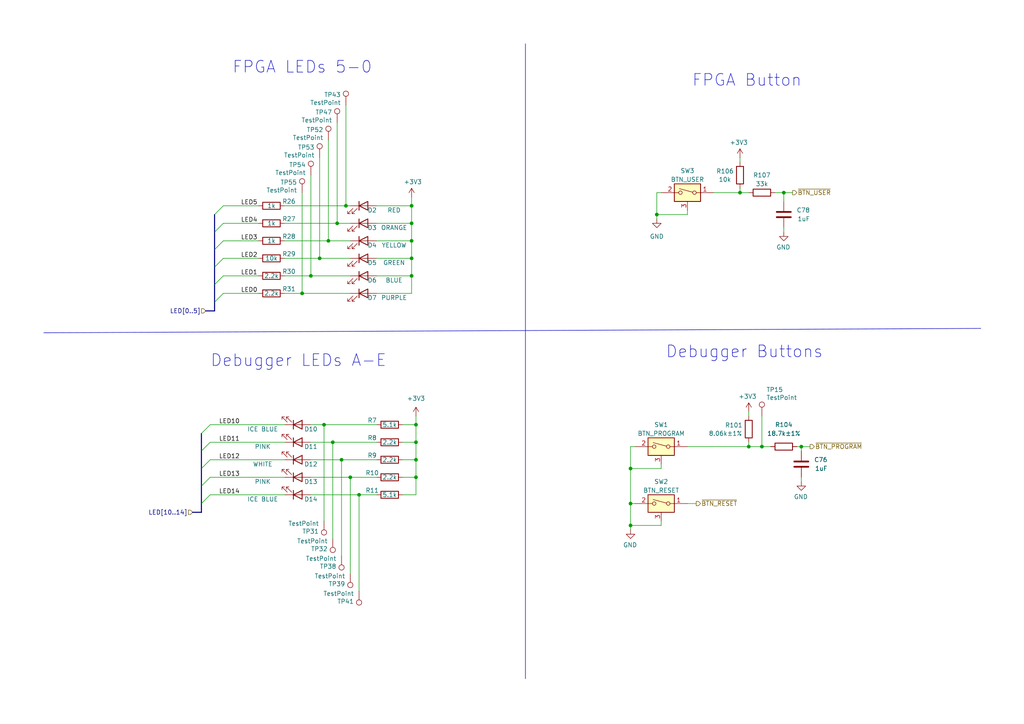
<source format=kicad_sch>
(kicad_sch (version 20231120) (generator "eeschema") (generator_version "8.0")
  (paper "A4")
  (title_block (title "Cynthion") (date "${DATE}") (rev "${VERSION}") (company "Copyright 2019-2023 Great Scott Gadgets") (comment 1 "Licensed under the CERN-OHL-P v2"))
  (lib_symbols
    (symbol "Connector:TestPoint" (pin_numbers hide) (pin_names (offset 0.762) hide)
      (property "Reference" "TP" (at 0 6.858 0))
      (property "Value" "TestPoint" (at 0 5.08 0))
      (symbol "TestPoint_0_1"
        (circle (center 0 3.302) (radius 0.762))
      )
      (symbol "TestPoint_1_1"
        (pin passive line (at 0 0 90) (length 2.54) (name "1") (number "1"))
      )
    )
    (symbol "Device:C" (pin_numbers hide) (pin_names (offset 0.254))
      (property "Reference" "C" (at 0.635 2.54 0))
      (property "Value" "C" (at 0.635 -2.54 0))
      (symbol "C_0_1"
        (polyline (pts (xy -2.032 -0.762) (xy 2.032 -0.762)) (stroke (width 0.508)))
        (polyline (pts (xy -2.032 0.762) (xy 2.032 0.762)) (stroke (width 0.508)))
      )
      (symbol "C_1_1"
        (pin passive line (at 0 3.81 270) (length 2.794) (name "~") (number "1"))
        (pin passive line (at 0 -3.81 90) (length 2.794) (name "~") (number "2"))
      )
    )
    (symbol "Device:LED" (pin_numbers hide) (pin_names (offset 1.016) hide)
      (property "Reference" "D" (at 0 2.54 0))
      (property "Value" "LED" (at 0 -2.54 0))
      (symbol "LED_0_1"
        (polyline (pts (xy -1.27 -1.27) (xy -1.27 1.27)) (stroke (width 0.254)))
        (polyline (pts (xy -1.27 0) (xy 1.27 0)))
        (polyline (pts (xy 1.27 -1.27) (xy 1.27 1.27) (xy -1.27 0) (xy 1.27 -1.27)) (stroke (width 0.254)))
        (polyline (pts (xy -3.048 -0.762) (xy -4.572 -2.286) (xy -3.81 -2.286) (xy -4.572 -2.286) (xy -4.572 -1.524)))
        (polyline (pts (xy -1.778 -0.762) (xy -3.302 -2.286) (xy -2.54 -2.286) (xy -3.302 -2.286) (xy -3.302 -1.524)))
      )
      (symbol "LED_1_1"
        (pin passive line (at -3.81 0 0) (length 2.54) (name "K") (number "1"))
        (pin passive line (at 3.81 0 180) (length 2.54) (name "A") (number "2"))
      )
    )
    (symbol "Device:R" (pin_numbers hide) (pin_names (offset 0))
      (property "Reference" "R" (at 2.032 0 90))
      (property "Value" "R" (at 0 0 90))
      (symbol "R_0_1"
        (rectangle (start -1.016 -2.54) (end 1.016 2.54) (stroke (width 0.254)))
      )
      (symbol "R_1_1"
        (pin passive line (at 0 3.81 270) (length 1.27) (name "~") (number "1"))
        (pin passive line (at 0 -3.81 90) (length 1.27) (name "~") (number "2"))
      )
    )
    (symbol "power:+3V3" (power) (pin_names (offset 0))
      (property "Value" "+3V3" (at 0 3.556 0))
      (symbol "+3V3_0_1"
        (polyline (pts (xy -0.762 1.27) (xy 0 2.54)))
        (polyline (pts (xy 0 0) (xy 0 2.54)))
        (polyline (pts (xy 0 2.54) (xy 0.762 1.27)))
      )
      (symbol "+3V3_1_1"
        (pin power_in line (at 0 0 90) (length 0) hide (name "+3V3") (number "1"))
      )
    )
    (symbol "power:GND" (power) (pin_names (offset 0))
      (property "Value" "GND" (at 0 -3.81 0))
      (symbol "GND_0_1"
        (polyline (pts (xy 0 0) (xy 0 -1.27) (xy 1.27 -1.27) (xy 0 -2.54) (xy -1.27 -1.27) (xy 0 -1.27)))
      )
      (symbol "GND_1_1"
        (pin power_in line (at 0 0 270) (length 0) hide (name "GND") (number "1"))
      )
    )
    (symbol "support_hardware:SW_SPST_shielded" (pin_names (offset 0) hide)
      (property "Reference" "SW" (at 0 6.35 0))
      (property "Value" "SW_SPST_shielded" (at 0 3.81 0))
      (symbol "SW_SPST_shielded_0_0"
        (circle (center -2.032 0) (radius 0.508))
        (polyline (pts (xy -1.524 0.127) (xy 2.3622 1.1684)))
        (circle (center 2.032 0) (radius 0.508))
      )
      (symbol "SW_SPST_shielded_0_1"
        (rectangle (start -3.81 2.54) (end 3.81 -2.54) (stroke (width 0.254)) (fill (type background)))
      )
      (symbol "SW_SPST_shielded_1_1"
        (pin passive line (at -7.62 0 0) (length 5.08) (name "~") (number "1"))
        (pin passive line (at 7.62 0 180) (length 5.08) (name "~") (number "2"))
        (pin passive line (at 0 -5.08 90) (length 2.54) (name "SHIELD") (number "3"))
      )
    )
  )
  (junction (at 220.98 129.54))
  (junction (at 119.38 64.77))
  (junction (at 96.52 128.27))
  (junction (at 92.71 74.93))
  (junction (at 119.38 80.01))
  (junction (at 182.88 135.89))
  (junction (at 95.25 69.85))
  (junction (at 120.65 138.43))
  (junction (at 120.65 123.19))
  (junction (at 232.41 129.54))
  (junction (at 120.65 133.35))
  (junction (at 227.33 55.88))
  (junction (at 97.79 64.77))
  (junction (at 182.88 152.4))
  (junction (at 190.5 62.23))
  (junction (at 182.88 146.05))
  (junction (at 120.65 128.27))
  (junction (at 217.17 129.54))
  (junction (at 93.98 123.19))
  (junction (at 119.38 74.93))
  (junction (at 119.38 69.85))
  (junction (at 87.63 85.09))
  (junction (at 101.6 138.43))
  (junction (at 104.14 143.51))
  (junction (at 214.63 55.88))
  (junction (at 90.17 80.01))
  (junction (at 100.33 59.69))
  (junction (at 119.38 59.69))
  (junction (at 99.06 133.35))
  (bus_entry (at 60.96 133.35) (size -2.54 2.54))
  (bus_entry (at 60.96 123.19) (size -2.54 2.54))
  (bus_entry (at 60.96 128.27) (size -2.54 2.54))
  (bus_entry (at 64.77 74.93) (size -2.54 2.54))
  (bus_entry (at 64.77 69.85) (size -2.54 2.54))
  (bus_entry (at 60.96 143.51) (size -2.54 2.54))
  (bus_entry (at 64.77 80.01) (size -2.54 2.54))
  (bus_entry (at 60.96 138.43) (size -2.54 2.54))
  (bus_entry (at 64.77 85.09) (size -2.54 2.54))
  (bus_entry (at 64.77 64.77) (size -2.54 2.54))
  (bus_entry (at 64.77 59.69) (size -2.54 2.54))
  (wire (pts (xy 191.77 135.89) (xy 191.77 134.62)))
  (wire (pts (xy 95.25 69.85) (xy 101.6 69.85)))
  (wire (pts (xy 214.63 55.88) (xy 207.01 55.88)))
  (wire (pts (xy 119.38 59.69) (xy 119.38 64.77)))
  (wire (pts (xy 92.71 74.93) (xy 101.6 74.93)))
  (bus (pts (xy 58.42 130.81) (xy 58.42 135.89)))
  (wire (pts (xy 120.65 143.51) (xy 120.65 138.43)))
  (bus (pts (xy 62.23 77.47) (xy 62.23 82.55)))
  (wire (pts (xy 190.5 62.23) (xy 190.5 55.88)))
  (wire (pts (xy 97.79 64.77) (xy 101.6 64.77)))
  (wire (pts (xy 182.88 135.89) (xy 182.88 146.05)))
  (wire (pts (xy 104.14 171.45) (xy 104.14 143.51)))
  (wire (pts (xy 182.88 153.67) (xy 182.88 152.4)))
  (wire (pts (xy 182.88 129.54) (xy 182.88 135.89)))
  (wire (pts (xy 90.17 80.01) (xy 101.6 80.01)))
  (wire (pts (xy 232.41 139.7) (xy 232.41 138.43)))
  (wire (pts (xy 223.52 129.54) (xy 220.98 129.54)))
  (wire (pts (xy 64.77 69.85) (xy 74.93 69.85)))
  (wire (pts (xy 109.22 64.77) (xy 119.38 64.77)))
  (wire (pts (xy 182.88 146.05) (xy 182.88 152.4)))
  (wire (pts (xy 96.52 156.21) (xy 96.52 128.27)))
  (wire (pts (xy 120.65 128.27) (xy 120.65 123.19)))
  (wire (pts (xy 224.79 55.88) (xy 227.33 55.88)))
  (wire (pts (xy 217.17 55.88) (xy 214.63 55.88)))
  (bus (pts (xy 58.42 148.59) (xy 55.88 148.59)))
  (wire (pts (xy 90.17 138.43) (xy 101.6 138.43)))
  (wire (pts (xy 60.96 133.35) (xy 82.55 133.35)))
  (wire (pts (xy 87.63 55.88) (xy 87.63 85.09)))
  (wire (pts (xy 64.77 59.69) (xy 74.93 59.69)))
  (wire (pts (xy 92.71 45.72) (xy 92.71 74.93)))
  (wire (pts (xy 101.6 138.43) (xy 109.22 138.43)))
  (wire (pts (xy 199.39 62.23) (xy 190.5 62.23)))
  (wire (pts (xy 182.88 129.54) (xy 184.15 129.54)))
  (wire (pts (xy 60.96 128.27) (xy 82.55 128.27)))
  (wire (pts (xy 109.22 143.51) (xy 104.14 143.51)))
  (wire (pts (xy 220.98 120.65) (xy 220.98 129.54)))
  (polyline (pts (xy 12.7 96.52) (xy 284.48 95.25)))
  (wire (pts (xy 232.41 129.54) (xy 234.95 129.54)))
  (wire (pts (xy 191.77 152.4) (xy 182.88 152.4)))
  (wire (pts (xy 100.33 59.69) (xy 101.6 59.69)))
  (bus (pts (xy 62.23 67.31) (xy 62.23 72.39)))
  (wire (pts (xy 229.87 55.88) (xy 227.33 55.88)))
  (wire (pts (xy 119.38 64.77) (xy 119.38 69.85)))
  (wire (pts (xy 82.55 85.09) (xy 87.63 85.09)))
  (wire (pts (xy 201.93 146.05) (xy 199.39 146.05)))
  (bus (pts (xy 58.42 135.89) (xy 58.42 140.97)))
  (wire (pts (xy 120.65 123.19) (xy 120.65 120.65)))
  (wire (pts (xy 60.96 123.19) (xy 82.55 123.19)))
  (bus (pts (xy 62.23 90.17) (xy 59.69 90.17)))
  (wire (pts (xy 74.93 64.77) (xy 64.77 64.77)))
  (wire (pts (xy 119.38 69.85) (xy 119.38 74.93)))
  (wire (pts (xy 190.5 62.23) (xy 190.5 63.5)))
  (wire (pts (xy 109.22 69.85) (xy 119.38 69.85)))
  (bus (pts (xy 62.23 87.63) (xy 62.23 90.17)))
  (wire (pts (xy 95.25 40.64) (xy 95.25 69.85)))
  (wire (pts (xy 120.65 123.19) (xy 116.84 123.19)))
  (wire (pts (xy 109.22 128.27) (xy 96.52 128.27)))
  (wire (pts (xy 109.22 133.35) (xy 99.06 133.35)))
  (wire (pts (xy 116.84 138.43) (xy 120.65 138.43)))
  (wire (pts (xy 227.33 67.31) (xy 227.33 66.04)))
  (wire (pts (xy 93.98 123.19) (xy 109.22 123.19)))
  (wire (pts (xy 64.77 80.01) (xy 74.93 80.01)))
  (wire (pts (xy 109.22 59.69) (xy 119.38 59.69)))
  (wire (pts (xy 90.17 133.35) (xy 99.06 133.35)))
  (wire (pts (xy 109.22 74.93) (xy 119.38 74.93)))
  (wire (pts (xy 60.96 138.43) (xy 82.55 138.43)))
  (wire (pts (xy 214.63 45.72) (xy 214.63 46.99)))
  (wire (pts (xy 90.17 143.51) (xy 104.14 143.51)))
  (wire (pts (xy 182.88 146.05) (xy 184.15 146.05)))
  (wire (pts (xy 116.84 143.51) (xy 120.65 143.51)))
  (wire (pts (xy 82.55 74.93) (xy 92.71 74.93)))
  (wire (pts (xy 227.33 58.42) (xy 227.33 55.88)))
  (bus (pts (xy 58.42 140.97) (xy 58.42 146.05)))
  (wire (pts (xy 82.55 69.85) (xy 95.25 69.85)))
  (wire (pts (xy 217.17 119.38) (xy 217.17 120.65)))
  (wire (pts (xy 82.55 80.01) (xy 90.17 80.01)))
  (wire (pts (xy 116.84 128.27) (xy 120.65 128.27)))
  (bus (pts (xy 62.23 62.23) (xy 62.23 67.31)))
  (wire (pts (xy 60.96 143.51) (xy 82.55 143.51)))
  (bus (pts (xy 58.42 146.05) (xy 58.42 148.59)))
  (wire (pts (xy 90.17 50.8) (xy 90.17 80.01)))
  (wire (pts (xy 120.65 133.35) (xy 116.84 133.35)))
  (wire (pts (xy 93.98 151.13) (xy 93.98 123.19)))
  (wire (pts (xy 100.33 59.69) (xy 100.33 30.48)))
  (wire (pts (xy 232.41 130.81) (xy 232.41 129.54)))
  (wire (pts (xy 101.6 166.37) (xy 101.6 138.43)))
  (wire (pts (xy 74.93 74.93) (xy 64.77 74.93)))
  (wire (pts (xy 90.17 123.19) (xy 93.98 123.19)))
  (wire (pts (xy 96.52 128.27) (xy 90.17 128.27)))
  (wire (pts (xy 119.38 74.93) (xy 119.38 80.01)))
  (bus (pts (xy 62.23 72.39) (xy 62.23 77.47)))
  (bus (pts (xy 58.42 125.73) (xy 58.42 130.81)))
  (wire (pts (xy 82.55 59.69) (xy 100.33 59.69)))
  (wire (pts (xy 74.93 85.09) (xy 64.77 85.09)))
  (wire (pts (xy 119.38 59.69) (xy 119.38 57.15)))
  (wire (pts (xy 217.17 129.54) (xy 199.39 129.54)))
  (wire (pts (xy 217.17 129.54) (xy 217.17 128.27)))
  (wire (pts (xy 82.55 64.77) (xy 97.79 64.77)))
  (wire (pts (xy 109.22 80.01) (xy 119.38 80.01)))
  (polyline (pts (xy 152.4 12.7) (xy 152.4 196.85)))
  (wire (pts (xy 231.14 129.54) (xy 232.41 129.54)))
  (wire (pts (xy 199.39 62.23) (xy 199.39 60.96)))
  (bus (pts (xy 62.23 82.55) (xy 62.23 87.63)))
  (wire (pts (xy 120.65 138.43) (xy 120.65 133.35)))
  (wire (pts (xy 191.77 135.89) (xy 182.88 135.89)))
  (wire (pts (xy 87.63 85.09) (xy 101.6 85.09)))
  (wire (pts (xy 99.06 161.29) (xy 99.06 133.35)))
  (wire (pts (xy 120.65 133.35) (xy 120.65 128.27)))
  (wire (pts (xy 220.98 129.54) (xy 217.17 129.54)))
  (wire (pts (xy 191.77 152.4) (xy 191.77 151.13)))
  (wire (pts (xy 119.38 80.01) (xy 119.38 85.09)))
  (wire (pts (xy 214.63 55.88) (xy 214.63 54.61)))
  (wire (pts (xy 97.79 35.56) (xy 97.79 64.77)))
  (wire (pts (xy 119.38 85.09) (xy 109.22 85.09)))
  (wire (pts (xy 190.5 55.88) (xy 191.77 55.88)))
  (text "FPGA Button" (at 200.66 25.4 0) (effects (font (size 3.4036 3.4036)) (justify left bottom)))
  (text "Debugger Buttons" (at 193.04 104.14 0) (effects (font (size 3.4036 3.4036)) (justify left bottom)))
  (text "FPGA LEDs 5-0" (at 67.31 21.59 0) (effects (font (size 3.4036 3.4036)) (justify left bottom)))
  (text "Debugger LEDs A-E" (at 60.96 106.68 0) (effects (font (size 3.4036 3.4036)) (justify left bottom)))
  (label "LED14" (at 63.5 143.51 0))
  (label "LED10" (at 63.5 123.19 0))
  (label "LED2" (at 69.85 74.93 0))
  (label "LED12" (at 63.5 133.35 0))
  (label "LED13" (at 63.5 138.43 0))
  (label "LED0" (at 69.85 85.09 0))
  (label "LED11" (at 63.5 128.27 0))
  (label "LED4" (at 69.85 64.77 0))
  (label "LED5" (at 69.85 59.69 0))
  (label "LED1" (at 69.85 80.01 0))
  (label "LED3" (at 69.85 69.85 0))
  (hierarchical_label "~{BTN_PROGRAM}" (shape output) (at 234.95 129.54 0))
  (hierarchical_label "LED[10..14]" (shape input) (at 55.88 148.59 180))
  (hierarchical_label "~{BTN_USER}" (shape output) (at 229.87 55.88 0))
  (hierarchical_label "LED[0..5]" (shape input) (at 59.69 90.17 180))
  (hierarchical_label "~{BTN_RESET}" (shape output) (at 201.93 146.05 0))
  (symbol (lib_id "Device:R") (at 78.74 74.93 270) (mirror x) (unit 1)
    (property "Reference" "R29" (at 83.82 73.66 90))
    (property "Value" "10k" (at 78.74 74.93 90))
    (property "Footprint" "Resistor_SMD:R_0402_1005Metric" (effects (hide yes)))
    (property "Description" "RES 10K OHM 5% 1/16W 0402" (effects (hide yes)))
    (property "Part Number" "RC0402JR-0710KL" (effects (hide yes)))
    (property "Substitution" "any equivalent" (effects (hide yes)))
    (property "Manufacturer" "Yageo" (effects (hide yes)))
    (property "LCSC#" "C60489" (effects (hide yes)))
  )
  (symbol (lib_id "Device:R") (at 78.74 80.01 270) (unit 1)
    (property "Reference" "R30" (at 83.82 78.74 90))
    (property "Value" "2.2k" (at 78.74 80.01 90))
    (property "Footprint" "Resistor_SMD:R_0402_1005Metric" (effects (hide yes)))
    (property "Description" "RES 2.2K OHM 5% 1/16W 0402" (effects (hide yes)))
    (property "Part Number" "RC0402JR-072K2L" (effects (hide yes)))
    (property "Substitution" "any equivalent" (effects (hide yes)))
    (property "Manufacturer" "Yageo" (effects (hide yes)))
    (property "LCSC#" "C163447" (effects (hide yes)))
  )
  (symbol (lib_id "Device:R") (at 78.74 85.09 270) (unit 1)
    (property "Reference" "R31" (at 83.82 83.82 90))
    (property "Value" "2.2k" (at 78.74 85.09 90))
    (property "Footprint" "Resistor_SMD:R_0402_1005Metric" (effects (hide yes)))
    (property "Description" "RES 2.2K OHM 5% 1/16W 0402" (effects (hide yes)))
    (property "Part Number" "RC0402JR-072K2L" (effects (hide yes)))
    (property "Substitution" "any equivalent" (effects (hide yes)))
    (property "Manufacturer" "Yageo" (effects (hide yes)))
    (property "LCSC#" "C163447" (effects (hide yes)))
  )
  (symbol (lib_id "Device:R") (at 78.74 59.69 270) (unit 1)
    (property "Reference" "R26" (at 83.82 58.42 90))
    (property "Value" "1k" (at 78.74 59.69 90))
    (property "Footprint" "Resistor_SMD:R_0402_1005Metric" (effects (hide yes)))
    (property "Description" "RES 1K OHM 5% 1/16W 0402" (effects (hide yes)))
    (property "Part Number" "RC0402JR-071KL" (effects (hide yes)))
    (property "Substitution" "any equivalent" (effects (hide yes)))
    (property "Manufacturer" "Yageo" (effects (hide yes)))
    (property "LCSC#" "C105637" (effects (hide yes)))
  )
  (symbol (lib_id "Device:R") (at 78.74 64.77 270) (unit 1)
    (property "Reference" "R27" (at 83.82 63.5 90))
    (property "Value" "1k" (at 78.74 64.77 90))
    (property "Footprint" "Resistor_SMD:R_0402_1005Metric" (effects (hide yes)))
    (property "Description" "RES 1K OHM 5% 1/16W 0402" (effects (hide yes)))
    (property "Part Number" "RC0402JR-071KL" (effects (hide yes)))
    (property "Substitution" "any equivalent" (effects (hide yes)))
    (property "Manufacturer" "Yageo" (effects (hide yes)))
    (property "LCSC#" "C105637" (effects (hide yes)))
  )
  (symbol (lib_id "Device:R") (at 78.74 69.85 270) (unit 1)
    (property "Reference" "R28" (at 83.82 68.58 90))
    (property "Value" "1k" (at 78.74 69.85 90))
    (property "Footprint" "Resistor_SMD:R_0402_1005Metric" (effects (hide yes)))
    (property "Description" "RES 1K OHM 5% 1/16W 0402" (effects (hide yes)))
    (property "Part Number" "RC0402JR-071KL" (effects (hide yes)))
    (property "Substitution" "any equivalent" (effects (hide yes)))
    (property "Manufacturer" "Yageo" (effects (hide yes)))
    (property "LCSC#" "C105637" (effects (hide yes)))
  )
  (symbol (lib_id "Device:LED") (at 105.41 59.69 0) (unit 1)
    (property "Reference" "D2" (at 107.95 60.96 0))
    (property "Value" "RED" (at 114.3 60.96 0))
    (property "Footprint" "LED_SMD:LED_0603_1608Metric" (effects (hide yes)))
    (property "Description" "LED SMD 0603 RED" (effects (hide yes)))
    (property "Part Number" "OSR50603C1E" (effects (hide yes)))
    (property "Manufacturer" "OptoSupply" (effects (hide yes)))
  )
  (symbol (lib_id "Device:LED") (at 105.41 69.85 0) (unit 1)
    (property "Reference" "D4" (at 107.95 71.12 0))
    (property "Value" "YELLOW" (at 114.3 71.12 0))
    (property "Footprint" "LED_SMD:LED_0603_1608Metric" (effects (hide yes)))
    (property "Description" "LED SMD 0603 YELLOW" (effects (hide yes)))
    (property "Part Number" "E6C0603UYAC1UDA" (effects (hide yes)))
    (property "Manufacturer" "EKINGLUX" (effects (hide yes)))
    (property "LCSC#" "C375445" (effects (hide yes)))
  )
  (symbol (lib_id "Device:LED") (at 105.41 74.93 0) (unit 1)
    (property "Reference" "D5" (at 107.95 76.2 0))
    (property "Value" "GREEN" (at 114.3 76.2 0))
    (property "Footprint" "LED_SMD:LED_0603_1608Metric" (effects (hide yes)))
    (property "Description" "LED SMD 0603 GREEN" (effects (hide yes)))
    (property "Part Number" "ORH-G36G" (effects (hide yes)))
    (property "Manufacturer" "Orient" (effects (hide yes)))
    (property "LCSC#" "C205443" (effects (hide yes)))
  )
  (symbol (lib_id "Device:LED") (at 105.41 80.01 0) (unit 1)
    (property "Reference" "D6" (at 107.95 81.28 0))
    (property "Value" "BLUE" (at 114.3 81.28 0))
    (property "Footprint" "LED_SMD:LED_0603_1608Metric" (effects (hide yes)))
    (property "Description" "LED SMD 0603 BLUE" (effects (hide yes)))
    (property "Part Number" "ORH-B36G" (effects (hide yes)))
    (property "Manufacturer" "Orient" (effects (hide yes)))
    (property "LCSC#" "C193191" (effects (hide yes)))
  )
  (symbol (lib_id "Device:LED") (at 105.41 85.09 0) (unit 1)
    (property "Reference" "D7" (at 107.95 86.36 0))
    (property "Value" "PURPLE" (at 114.3 86.36 0))
    (property "Footprint" "LED_SMD:LED_0603_1608Metric" (effects (hide yes)))
    (property "Description" "LED SMD 0603 VIOLET" (effects (hide yes)))
    (property "Part Number" "OSVX0603C1E" (effects (hide yes)))
    (property "Manufacturer" "OptoSupply" (effects (hide yes)))
  )
  (symbol (lib_id "power:+3V3") (at 119.38 57.15 0) (unit 1)
    (property "Reference" "#PWR0129" (effects (hide yes)))
    (property "Value" "+3V3" (at 119.7356 52.7558 0))
  )
  (symbol (lib_id "Device:LED") (at 105.41 64.77 0) (unit 1)
    (property "Reference" "D3" (at 107.95 66.04 0))
    (property "Value" "ORANGE" (at 114.3 66.04 0))
    (property "Footprint" "LED_SMD:LED_0603_1608Metric" (effects (hide yes)))
    (property "Description" "LED SMD 0603 ORANGE" (effects (hide yes)))
    (property "Part Number" "E6C0603SEAC1UDA" (effects (hide yes)))
    (property "Manufacturer" "EKINGLUX" (effects (hide yes)))
    (property "LCSC#" "C375450" (effects (hide yes)))
  )
  (symbol (lib_id "support_hardware:SW_SPST_shielded") (at 191.77 146.05 0) (mirror y) (unit 1)
    (property "Reference" "SW2" (at 191.77 139.7 0))
    (property "Value" "BTN_RESET" (at 191.77 142.24 0))
    (property "Footprint" "cynthion:SW_Tactile_SPST_Angled_TC-1109DE-B-F" (effects (hide yes)))
    (property "Description" "SWITCH TACTILE SPST-NO 0.05A 12V" (effects (hide yes)))
    (property "Manufacturer" "XKB" (effects (hide yes)))
    (property "Part Number" "TC-1109DE-B-F" (effects (hide yes)))
    (property "Substitution" "DEALON TC-1150DL-6.0H-160" (effects (hide yes)))
    (property "LCSC#" "C692468" (effects (hide yes)))
  )
  (symbol (lib_id "Connector:TestPoint") (at 87.63 55.88 0) (mirror y) (unit 1) (in_bom no)
    (property "Reference" "TP55" (at 86.1568 52.8828 0) (effects (justify left)))
    (property "Value" "TestPoint" (at 86.1568 55.1688 0) (effects (justify left)))
    (property "Footprint" "TestPoint:TestPoint_Pad_D1.0mm" (effects (hide yes)))
  )
  (symbol (lib_id "Device:LED") (at 86.36 128.27 0) (mirror x) (unit 1)
    (property "Reference" "D11" (at 90.17 129.54 0))
    (property "Value" "PINK" (at 76.2 129.54 0))
    (property "Footprint" "LED_SMD:LED_0603_1608Metric" (effects (hide yes)))
    (property "Description" "LED SMD 0603 PINK" (effects (hide yes)))
    (property "Part Number" "OSK40603C1E" (effects (hide yes)))
    (property "Manufacturer" "OptoSupply" (effects (hide yes)))
  )
  (symbol (lib_id "Device:LED") (at 86.36 143.51 0) (mirror x) (unit 1)
    (property "Reference" "D14" (at 90.17 144.78 0))
    (property "Value" "ICE BLUE" (at 76.2 144.78 0))
    (property "Footprint" "LED_SMD:LED_0603_1608Metric" (effects (hide yes)))
    (property "Description" "LED SMD 0603 ICE BLUE" (effects (hide yes)))
    (property "Part Number" "MHT192WDT-ICE" (effects (hide yes)))
    (property "Manufacturer" "MEIHUA" (effects (hide yes)))
    (property "LCSC#" "C389522" (effects (hide yes)))
  )
  (symbol (lib_id "Device:LED") (at 86.36 123.19 0) (mirror x) (unit 1)
    (property "Reference" "D10" (at 90.17 124.46 0))
    (property "Value" "ICE BLUE" (at 76.2 124.46 0))
    (property "Footprint" "LED_SMD:LED_0603_1608Metric" (effects (hide yes)))
    (property "Description" "LED SMD 0603 ICE BLUE" (effects (hide yes)))
    (property "Part Number" "MHT192WDT-ICE" (effects (hide yes)))
    (property "Manufacturer" "MEIHUA" (effects (hide yes)))
    (property "LCSC#" "C389522" (effects (hide yes)))
  )
  (symbol (lib_id "Connector:TestPoint") (at 95.25 40.64 0) (mirror y) (unit 1) (in_bom no)
    (property "Reference" "TP52" (at 93.7768 37.6428 0) (effects (justify left)))
    (property "Value" "TestPoint" (at 93.7768 39.9288 0) (effects (justify left)))
    (property "Footprint" "TestPoint:TestPoint_Pad_D1.0mm" (effects (hide yes)))
  )
  (symbol (lib_id "Connector:TestPoint") (at 90.17 50.8 0) (mirror y) (unit 1) (in_bom no)
    (property "Reference" "TP54" (at 88.6968 47.8028 0) (effects (justify left)))
    (property "Value" "TestPoint" (at 88.6968 50.0888 0) (effects (justify left)))
    (property "Footprint" "TestPoint:TestPoint_Pad_D1.0mm" (effects (hide yes)))
  )
  (symbol (lib_id "Device:LED") (at 86.36 138.43 0) (mirror x) (unit 1)
    (property "Reference" "D13" (at 90.17 139.7 0))
    (property "Value" "PINK" (at 76.2 139.7 0))
    (property "Footprint" "LED_SMD:LED_0603_1608Metric" (effects (hide yes)))
    (property "Description" "LED SMD 0603 PINK" (effects (hide yes)))
    (property "Part Number" "OSK40603C1E" (effects (hide yes)))
    (property "Manufacturer" "OptoSupply" (effects (hide yes)))
  )
  (symbol (lib_id "Device:R") (at 214.63 50.8 0) (mirror y) (unit 1)
    (property "Reference" "R106" (at 212.852 49.657 0) (effects (justify left)))
    (property "Value" "10k" (at 212.09 52.07 0) (effects (justify left)))
    (property "Footprint" "Resistor_SMD:R_0402_1005Metric" (effects (hide yes)))
    (property "Description" "RES 10K OHM 5% 1/16W 0402" (effects (hide yes)))
    (property "Part Number" "RC0402JR-0710KL" (effects (hide yes)))
    (property "Substitution" "any equivalent" (effects (hide yes)))
    (property "Manufacturer" "Yageo" (effects (hide yes)))
    (property "LCSC#" "C60489" (effects (hide yes)))
  )
  (symbol (lib_id "Connector:TestPoint") (at 101.6 166.37 180) (unit 1) (in_bom no)
    (property "Reference" "TP39" (at 100.1268 169.3672 0) (effects (justify left)))
    (property "Value" "TestPoint" (at 100.1268 167.0812 0) (effects (justify left)))
    (property "Footprint" "TestPoint:TestPoint_Pad_D1.0mm" (effects (hide yes)))
  )
  (symbol (lib_id "Device:R") (at 113.03 138.43 270) (unit 1)
    (property "Reference" "R10" (at 107.95 137.16 90))
    (property "Value" "2.2k" (at 113.03 138.43 90))
    (property "Footprint" "Resistor_SMD:R_0402_1005Metric" (effects (hide yes)))
    (property "Description" "RES 2.2K OHM 5% 1/16W 0402" (effects (hide yes)))
    (property "Part Number" "RC0402JR-072K2L" (effects (hide yes)))
    (property "Substitution" "any equivalent" (effects (hide yes)))
    (property "Manufacturer" "Yageo" (effects (hide yes)))
    (property "LCSC#" "C163447" (effects (hide yes)))
  )
  (symbol (lib_id "Device:R") (at 217.17 124.46 0) (mirror y) (unit 1)
    (property "Reference" "R101" (at 215.392 123.317 0) (effects (justify left)))
    (property "Value" "8.06k±1%" (at 215.265 125.73 0) (effects (justify left)))
    (property "Footprint" "Resistor_SMD:R_0402_1005Metric" (effects (hide yes)))
    (property "Description" "RES SMD 8.06K OHM 1% 1/10W 0402" (effects (hide yes)))
    (property "Part Number" "ERJ-2RKF8061X" (effects (hide yes)))
    (property "Substitution" "any equivalent" (effects (hide yes)))
    (property "Manufacturer" "Panasonic" (effects (hide yes)))
    (property "LCSC#" "C2076955" (effects (hide yes)))
  )
  (symbol (lib_id "Device:C") (at 232.41 134.62 0) (mirror y) (unit 1)
    (property "Reference" "C76" (at 240.03 133.35 0) (effects (justify left)))
    (property "Value" "1uF" (at 240.03 135.89 0) (effects (justify left)))
    (property "Footprint" "Capacitor_SMD:C_0402_1005Metric" (effects (hide yes)))
    (property "Description" "CAP CER 1UF 6.3V X5R 0402 20%" (effects (hide yes)))
    (property "Part Number" "CL05A105MQ5NNNC" (effects (hide yes)))
    (property "Substitution" "CL05A105KQ5NNNC, CL05A105KP5NNNC, CL05A105KO5NNNC" (effects (hide yes)))
    (property "Manufacturer" "Samsung" (effects (hide yes)))
    (property "LCSC#" "C318573" (effects (hide yes)))
  )
  (symbol (lib_id "Device:C") (at 227.33 62.23 0) (mirror y) (unit 1)
    (property "Reference" "C78" (at 234.95 60.96 0) (effects (justify left)))
    (property "Value" "1uF" (at 234.95 63.5 0) (effects (justify left)))
    (property "Footprint" "Capacitor_SMD:C_0402_1005Metric" (effects (hide yes)))
    (property "Description" "CAP CER 1UF 6.3V X5R 0402 20%" (effects (hide yes)))
    (property "Part Number" "CL05A105MQ5NNNC" (effects (hide yes)))
    (property "Substitution" "CL05A105KQ5NNNC, CL05A105KP5NNNC, CL05A105KO5NNNC" (effects (hide yes)))
    (property "Manufacturer" "Samsung" (effects (hide yes)))
    (property "LCSC#" "C318573" (effects (hide yes)))
  )
  (symbol (lib_id "Device:R") (at 227.33 129.54 270) (mirror x) (unit 1)
    (property "Reference" "R104" (at 227.33 123.19 90))
    (property "Value" "18.7k±1%" (at 227.33 125.7331 90))
    (property "Footprint" "Resistor_SMD:R_0402_1005Metric" (effects (hide yes)))
    (property "Description" "RES SMD 18.7K OHM 1% 1/10W 0402" (effects (hide yes)))
    (property "Manufacturer" "Panasonic" (effects (hide yes)))
    (property "Part Number" "ERJ-2RKF1872X" (effects (hide yes)))
    (property "Substitution" "any equivalent" (effects (hide yes)))
  )
  (symbol (lib_id "Device:R") (at 113.03 133.35 270) (unit 1)
    (property "Reference" "R9" (at 107.95 132.08 90))
    (property "Value" "2.2k" (at 113.03 133.35 90))
    (property "Footprint" "Resistor_SMD:R_0402_1005Metric" (effects (hide yes)))
    (property "Description" "RES 2.2K OHM 5% 1/16W 0402" (effects (hide yes)))
    (property "Part Number" "RC0402JR-072K2L" (effects (hide yes)))
    (property "Substitution" "any equivalent" (effects (hide yes)))
    (property "Manufacturer" "Yageo" (effects (hide yes)))
    (property "LCSC#" "C163447" (effects (hide yes)))
  )
  (symbol (lib_id "Connector:TestPoint") (at 220.98 120.65 0) (unit 1) (in_bom no)
    (property "Reference" "TP15" (at 222.25 113.03 0) (effects (justify left)))
    (property "Value" "TestPoint" (at 222.25 115.316 0) (effects (justify left)))
    (property "Footprint" "TestPoint:TestPoint_Pad_D1.0mm" (effects (hide yes)))
  )
  (symbol (lib_id "Connector:TestPoint") (at 104.14 171.45 180) (unit 1) (in_bom no)
    (property "Reference" "TP41" (at 102.6668 174.4472 0) (effects (justify left)))
    (property "Value" "TestPoint" (at 102.6668 172.1612 0) (effects (justify left)))
    (property "Footprint" "TestPoint:TestPoint_Pad_D1.0mm" (effects (hide yes)))
  )
  (symbol (lib_id "Device:R") (at 113.03 143.51 270) (mirror x) (unit 1)
    (property "Reference" "R11" (at 107.95 142.24 90))
    (property "Value" "5.1k" (at 113.03 143.51 90))
    (property "Footprint" "Resistor_SMD:R_0402_1005Metric" (effects (hide yes)))
    (property "Description" "RES 5.1K OHM 5% 1/16W 0402" (effects (hide yes)))
    (property "Part Number" "RC0402JR-075K1L" (effects (hide yes)))
    (property "Substitution" "any equivalent" (effects (hide yes)))
    (property "Manufacturer" "Yageo" (effects (hide yes)))
    (property "LCSC#" "C105873" (effects (hide yes)))
  )
  (symbol (lib_id "power:GND") (at 227.33 67.31 0) (mirror y) (unit 1)
    (property "Reference" "#PWR0102" (effects (hide yes)))
    (property "Value" "GND" (at 227.203 71.7042 0))
  )
  (symbol (lib_id "Connector:TestPoint") (at 97.79 35.56 0) (mirror y) (unit 1) (in_bom no)
    (property "Reference" "TP47" (at 96.3168 32.5628 0) (effects (justify left)))
    (property "Value" "TestPoint" (at 96.3168 34.8488 0) (effects (justify left)))
    (property "Footprint" "TestPoint:TestPoint_Pad_D1.0mm" (effects (hide yes)))
  )
  (symbol (lib_id "Connector:TestPoint") (at 96.52 156.21 180) (unit 1) (in_bom no)
    (property "Reference" "TP32" (at 95.0468 159.2072 0) (effects (justify left)))
    (property "Value" "TestPoint" (at 95.0468 156.9212 0) (effects (justify left)))
    (property "Footprint" "TestPoint:TestPoint_Pad_D1.0mm" (effects (hide yes)))
  )
  (symbol (lib_id "power:+3V3") (at 120.65 120.65 0) (unit 1)
    (property "Reference" "#PWR047" (effects (hide yes)))
    (property "Value" "+3V3" (at 120.65 115.57 0))
  )
  (symbol (lib_id "Connector:TestPoint") (at 92.71 45.72 0) (mirror y) (unit 1) (in_bom no)
    (property "Reference" "TP53" (at 91.2368 42.7228 0) (effects (justify left)))
    (property "Value" "TestPoint" (at 91.2368 45.0088 0) (effects (justify left)))
    (property "Footprint" "TestPoint:TestPoint_Pad_D1.0mm" (effects (hide yes)))
  )
  (symbol (lib_id "Connector:TestPoint") (at 100.33 30.48 0) (mirror y) (unit 1) (in_bom no)
    (property "Reference" "TP43" (at 98.8568 27.4828 0) (effects (justify left)))
    (property "Value" "TestPoint" (at 98.8568 29.7688 0) (effects (justify left)))
    (property "Footprint" "TestPoint:TestPoint_Pad_D1.0mm" (effects (hide yes)))
  )
  (symbol (lib_id "Device:LED") (at 86.36 133.35 0) (mirror x) (unit 1)
    (property "Reference" "D12" (at 90.17 134.62 0))
    (property "Value" "WHITE" (at 76.2 134.62 0))
    (property "Footprint" "LED_SMD:LED_0603_1608Metric" (effects (hide yes)))
    (property "Description" "LED SMD 0603 WHITE" (effects (hide yes)))
    (property "Part Number" "ORH-W46G" (effects (hide yes)))
    (property "Manufacturer" "Orient" (effects (hide yes)))
  )
  (symbol (lib_id "power:GND") (at 190.5 63.5 0) (unit 1)
    (property "Reference" "#PWR089" (effects (hide yes)))
    (property "Value" "GND" (at 190.5 68.58 0))
  )
  (symbol (lib_id "Device:R") (at 113.03 123.19 270) (mirror x) (unit 1)
    (property "Reference" "R7" (at 107.95 121.92 90))
    (property "Value" "5.1k" (at 113.03 123.19 90))
    (property "Footprint" "Resistor_SMD:R_0402_1005Metric" (effects (hide yes)))
    (property "Description" "RES 5.1K OHM 5% 1/16W 0402" (effects (hide yes)))
    (property "Part Number" "RC0402JR-075K1L" (effects (hide yes)))
    (property "Substitution" "any equivalent" (effects (hide yes)))
    (property "Manufacturer" "Yageo" (effects (hide yes)))
    (property "LCSC#" "C105873" (effects (hide yes)))
  )
  (symbol (lib_id "Connector:TestPoint") (at 99.06 161.29 180) (unit 1) (in_bom no)
    (property "Reference" "TP38" (at 97.5868 164.2872 0) (effects (justify left)))
    (property "Value" "TestPoint" (at 97.5868 162.0012 0) (effects (justify left)))
    (property "Footprint" "TestPoint:TestPoint_Pad_D1.0mm" (effects (hide yes)))
  )
  (symbol (lib_id "power:GND") (at 232.41 139.7 0) (mirror y) (unit 1)
    (property "Reference" "#PWR016" (effects (hide yes)))
    (property "Value" "GND" (at 232.283 144.0942 0))
  )
  (symbol (lib_id "Connector:TestPoint") (at 93.98 151.13 180) (unit 1) (in_bom no)
    (property "Reference" "TP31" (at 92.5068 154.1272 0) (effects (justify left)))
    (property "Value" "TestPoint" (at 92.5068 151.8412 0) (effects (justify left)))
    (property "Footprint" "TestPoint:TestPoint_Pad_D1.0mm" (effects (hide yes)))
  )
  (symbol (lib_id "Device:R") (at 113.03 128.27 270) (unit 1)
    (property "Reference" "R8" (at 107.95 127 90))
    (property "Value" "2.2k" (at 113.03 128.27 90))
    (property "Footprint" "Resistor_SMD:R_0402_1005Metric" (effects (hide yes)))
    (property "Description" "RES 2.2K OHM 5% 1/16W 0402" (effects (hide yes)))
    (property "Part Number" "RC0402JR-072K2L" (effects (hide yes)))
    (property "Substitution" "any equivalent" (effects (hide yes)))
    (property "Manufacturer" "Yageo" (effects (hide yes)))
    (property "LCSC#" "C163447" (effects (hide yes)))
  )
  (symbol (lib_id "power:+3V3") (at 217.17 119.38 0) (mirror y) (unit 1)
    (property "Reference" "#PWR08" (effects (hide yes)))
    (property "Value" "+3V3" (at 216.8144 114.9858 0))
  )
  (symbol (lib_id "power:+3V3") (at 214.63 45.72 0) (mirror y) (unit 1)
    (property "Reference" "#PWR060" (effects (hide yes)))
    (property "Value" "+3V3" (at 214.2744 41.3258 0))
  )
  (symbol (lib_id "Device:R") (at 220.98 55.88 270) (mirror x) (unit 1)
    (property "Reference" "R107" (at 220.98 50.8 90))
    (property "Value" "33k" (at 220.98 53.34 90))
    (property "Footprint" "Resistor_SMD:R_0402_1005Metric" (effects (hide yes)))
    (property "Description" "RES SMD 33K OHM 5% 1/10W 0402" (effects (hide yes)))
    (property "Manufacturer" "Panasonic" (effects (hide yes)))
    (property "Part Number" "ERJ-2GEJ333X" (effects (hide yes)))
    (property "Substitution" "any equivalent" (effects (hide yes)))
  )
  (symbol (lib_id "support_hardware:SW_SPST_shielded") (at 199.39 55.88 0) (mirror y) (unit 1)
    (property "Reference" "SW3" (at 199.39 49.53 0))
    (property "Value" "BTN_USER" (at 199.39 52.07 0))
    (property "Footprint" "cynthion:SW_Tactile_SPST_Angled_TC-1109DE-B-F" (effects (hide yes)))
    (property "Description" "SWITCH TACTILE SPST-NO 0.05A 12V" (effects (hide yes)))
    (property "Manufacturer" "XKB" (effects (hide yes)))
    (property "Part Number" "TC-1109DE-B-F" (effects (hide yes)))
    (property "Substitution" "DEALON TC-1150DL-6.0H-160" (effects (hide yes)))
    (property "LCSC#" "C692468" (effects (hide yes)))
  )
  (symbol (lib_id "support_hardware:SW_SPST_shielded") (at 191.77 129.54 0) (mirror y) (unit 1)
    (property "Reference" "SW1" (at 191.77 123.19 0))
    (property "Value" "BTN_PROGRAM" (at 191.77 125.73 0))
    (property "Footprint" "cynthion:SW_Tactile_SPST_Angled_TC-1109DE-B-F" (effects (hide yes)))
    (property "Description" "SWITCH TACTILE SPST-NO 0.05A 12V" (effects (hide yes)))
    (property "Manufacturer" "XKB" (effects (hide yes)))
    (property "Part Number" "TC-1109DE-B-F" (effects (hide yes)))
    (property "Substitution" "DEALON TC-1150DL-6.0H-160" (effects (hide yes)))
    (property "LCSC#" "C692468" (effects (hide yes)))
  )
  (symbol (lib_id "power:GND") (at 182.88 153.67 0) (mirror y) (unit 1)
    (property "Reference" "#PWR0254" (effects (hide yes)))
    (property "Value" "GND" (at 182.753 158.0642 0))
  )
)
</source>
